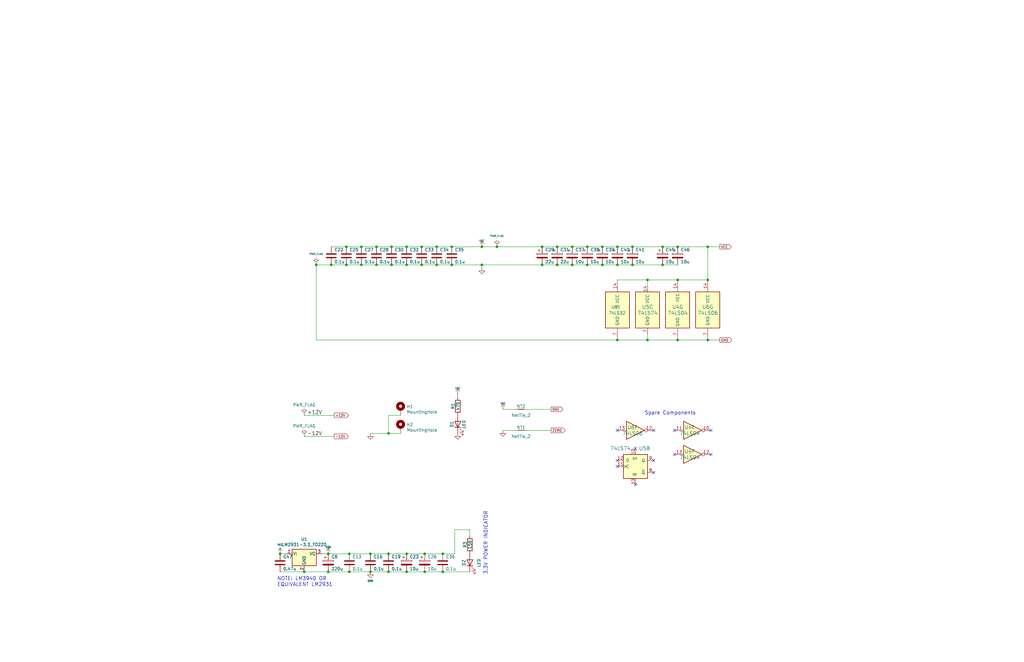
<source format=kicad_sch>
(kicad_sch (version 20211123) (generator eeschema)
  (paper "B")
  (lib_symbols
    (symbol "74xx:74LS04"
      (property "Reference" "U" (at 0 1.27 0))
      (property "Value" "74LS04" (at 0 -1.27 0))
      (symbol "74LS04_1_0"
        (polyline (pts (xy -3.81 3.81) (xy -3.81 -3.81) (xy 3.81 0) (xy -3.81 3.81)) (stroke (width 0.254)) (fill (type background)))
        (pin input line (at -7.62 0 0) (length 3.81) (name "~") (number "1"))
        (pin output inverted (at 7.62 0 180) (length 3.81) (name "~") (number "2"))
      )
      (symbol "74LS04_2_0"
        (polyline (pts (xy -3.81 3.81) (xy -3.81 -3.81) (xy 3.81 0) (xy -3.81 3.81)) (stroke (width 0.254)) (fill (type background)))
        (pin input line (at -7.62 0 0) (length 3.81) (name "~") (number "3"))
        (pin output inverted (at 7.62 0 180) (length 3.81) (name "~") (number "4"))
      )
      (symbol "74LS04_3_0"
        (polyline (pts (xy -3.81 3.81) (xy -3.81 -3.81) (xy 3.81 0) (xy -3.81 3.81)) (stroke (width 0.254)) (fill (type background)))
        (pin input line (at -7.62 0 0) (length 3.81) (name "~") (number "5"))
        (pin output inverted (at 7.62 0 180) (length 3.81) (name "~") (number "6"))
      )
      (symbol "74LS04_4_0"
        (polyline (pts (xy -3.81 3.81) (xy -3.81 -3.81) (xy 3.81 0) (xy -3.81 3.81)) (stroke (width 0.254)) (fill (type background)))
        (pin output inverted (at 7.62 0 180) (length 3.81) (name "~") (number "8"))
        (pin input line (at -7.62 0 0) (length 3.81) (name "~") (number "9"))
      )
      (symbol "74LS04_5_0"
        (polyline (pts (xy -3.81 3.81) (xy -3.81 -3.81) (xy 3.81 0) (xy -3.81 3.81)) (stroke (width 0.254)) (fill (type background)))
        (pin output inverted (at 7.62 0 180) (length 3.81) (name "~") (number "10"))
        (pin input line (at -7.62 0 0) (length 3.81) (name "~") (number "11"))
      )
      (symbol "74LS04_6_0"
        (polyline (pts (xy -3.81 3.81) (xy -3.81 -3.81) (xy 3.81 0) (xy -3.81 3.81)) (stroke (width 0.254)) (fill (type background)))
        (pin output inverted (at 7.62 0 180) (length 3.81) (name "~") (number "12"))
        (pin input line (at -7.62 0 0) (length 3.81) (name "~") (number "13"))
      )
      (symbol "74LS04_7_0"
        (pin power_in line (at 0 12.7 270) (length 5.08) (name "VCC") (number "14"))
        (pin power_in line (at 0 -12.7 90) (length 5.08) (name "GND") (number "7"))
      )
      (symbol "74LS04_7_1"
        (rectangle (start -5.08 7.62) (end 5.08 -7.62) (stroke (width 0.254)) (fill (type background)))
      )
    )
    (symbol "74xx:74LS06" (pin_names (offset 1.016))
      (property "Reference" "U" (at 0 1.27 0))
      (property "Value" "74LS06" (at 0 -1.27 0))
      (symbol "74LS06_1_0"
        (polyline (pts (xy -3.81 3.81) (xy -3.81 -3.81) (xy 3.81 0) (xy -3.81 3.81)) (stroke (width 0.254)) (fill (type background)))
        (pin input line (at -7.62 0 0) (length 3.81) (name "~") (number "1"))
        (pin open_collector inverted (at 7.62 0 180) (length 3.81) (name "~") (number "2"))
      )
      (symbol "74LS06_2_0"
        (polyline (pts (xy -3.81 3.81) (xy -3.81 -3.81) (xy 3.81 0) (xy -3.81 3.81)) (stroke (width 0.254)) (fill (type background)))
        (pin input line (at -7.62 0 0) (length 3.81) (name "~") (number "3"))
        (pin open_collector inverted (at 7.62 0 180) (length 3.81) (name "~") (number "4"))
      )
      (symbol "74LS06_3_0"
        (polyline (pts (xy -3.81 3.81) (xy -3.81 -3.81) (xy 3.81 0) (xy -3.81 3.81)) (stroke (width 0.254)) (fill (type background)))
        (pin input line (at -7.62 0 0) (length 3.81) (name "~") (number "5"))
        (pin open_collector inverted (at 7.62 0 180) (length 3.81) (name "~") (number "6"))
      )
      (symbol "74LS06_4_0"
        (polyline (pts (xy -3.81 3.81) (xy -3.81 -3.81) (xy 3.81 0) (xy -3.81 3.81)) (stroke (width 0.254)) (fill (type background)))
        (pin open_collector inverted (at 7.62 0 180) (length 3.81) (name "~") (number "8"))
        (pin input line (at -7.62 0 0) (length 3.81) (name "~") (number "9"))
      )
      (symbol "74LS06_5_0"
        (polyline (pts (xy -3.81 3.81) (xy -3.81 -3.81) (xy 3.81 0) (xy -3.81 3.81)) (stroke (width 0.254)) (fill (type background)))
        (pin open_collector inverted (at 7.62 0 180) (length 3.81) (name "~") (number "10"))
        (pin input line (at -7.62 0 0) (length 3.81) (name "~") (number "11"))
      )
      (symbol "74LS06_6_0"
        (polyline (pts (xy -3.81 3.81) (xy -3.81 -3.81) (xy 3.81 0) (xy -3.81 3.81)) (stroke (width 0.254)) (fill (type background)))
        (pin open_collector inverted (at 7.62 0 180) (length 3.81) (name "~") (number "12"))
        (pin input line (at -7.62 0 0) (length 3.81) (name "~") (number "13"))
      )
      (symbol "74LS06_7_0"
        (pin power_in line (at 0 12.7 270) (length 5.08) (name "VCC") (number "14"))
        (pin power_in line (at 0 -12.7 90) (length 5.08) (name "GND") (number "7"))
      )
      (symbol "74LS06_7_1"
        (rectangle (start -5.08 7.62) (end 5.08 -7.62) (stroke (width 0.254)) (fill (type background)))
      )
    )
    (symbol "74xx:74LS32" (pin_names (offset 1.016))
      (property "Reference" "U" (at 0 1.27 0))
      (property "Value" "74LS32" (at 0 -1.27 0))
      (symbol "74LS32_1_1"
        (arc (start -3.81 -3.81) (mid -2.589 0) (end -3.81 3.81) (stroke (width 0.254)))
        (arc (start -0.6096 -3.81) (mid 2.1842 -2.5851) (end 3.81 0) (stroke (width 0.254)) (fill (type background)))
        (polyline (pts (xy -3.81 -3.81) (xy -0.635 -3.81)) (stroke (width 0.254)) (fill (type background)))
        (polyline (pts (xy -3.81 3.81) (xy -0.635 3.81)) (stroke (width 0.254)) (fill (type background)))
        (polyline (pts (xy -0.635 3.81) (xy -3.81 3.81) (xy -3.81 3.81) (xy -3.556 3.4036) (xy -3.0226 2.2606) (xy -2.6924 1.0414) (xy -2.6162 -0.254) (xy -2.7686 -1.4986) (xy -3.175 -2.7178) (xy -3.81 -3.81) (xy -3.81 -3.81) (xy -0.635 -3.81)) (stroke (width -25.4)) (fill (type background)))
        (arc (start 3.81 0) (mid 2.1915 2.5936) (end -0.6096 3.81) (stroke (width 0.254)) (fill (type background)))
        (pin input line (at -7.62 2.54 0) (length 4.318) (name "~") (number "1"))
        (pin input line (at -7.62 -2.54 0) (length 4.318) (name "~") (number "2"))
        (pin output line (at 7.62 0 180) (length 3.81) (name "~") (number "3"))
      )
      (symbol "74LS32_1_2"
        (arc (start 0 -3.81) (mid 3.81 0) (end 0 3.81) (stroke (width 0.254)) (fill (type background)))
        (polyline (pts (xy 0 3.81) (xy -3.81 3.81) (xy -3.81 -3.81) (xy 0 -3.81)) (stroke (width 0.254)) (fill (type background)))
        (pin input inverted (at -7.62 2.54 0) (length 3.81) (name "~") (number "1"))
        (pin input inverted (at -7.62 -2.54 0) (length 3.81) (name "~") (number "2"))
        (pin output inverted (at 7.62 0 180) (length 3.81) (name "~") (number "3"))
      )
      (symbol "74LS32_2_1"
        (arc (start -3.81 -3.81) (mid -2.589 0) (end -3.81 3.81) (stroke (width 0.254)))
        (arc (start -0.6096 -3.81) (mid 2.1842 -2.5851) (end 3.81 0) (stroke (width 0.254)) (fill (type background)))
        (polyline (pts (xy -3.81 -3.81) (xy -0.635 -3.81)) (stroke (width 0.254)) (fill (type background)))
        (polyline (pts (xy -3.81 3.81) (xy -0.635 3.81)) (stroke (width 0.254)) (fill (type background)))
        (polyline (pts (xy -0.635 3.81) (xy -3.81 3.81) (xy -3.81 3.81) (xy -3.556 3.4036) (xy -3.0226 2.2606) (xy -2.6924 1.0414) (xy -2.6162 -0.254) (xy -2.7686 -1.4986) (xy -3.175 -2.7178) (xy -3.81 -3.81) (xy -3.81 -3.81) (xy -0.635 -3.81)) (stroke (width -25.4)) (fill (type background)))
        (arc (start 3.81 0) (mid 2.1915 2.5936) (end -0.6096 3.81) (stroke (width 0.254)) (fill (type background)))
        (pin input line (at -7.62 2.54 0) (length 4.318) (name "~") (number "4"))
        (pin input line (at -7.62 -2.54 0) (length 4.318) (name "~") (number "5"))
        (pin output line (at 7.62 0 180) (length 3.81) (name "~") (number "6"))
      )
      (symbol "74LS32_2_2"
        (arc (start 0 -3.81) (mid 3.81 0) (end 0 3.81) (stroke (width 0.254)) (fill (type background)))
        (polyline (pts (xy 0 3.81) (xy -3.81 3.81) (xy -3.81 -3.81) (xy 0 -3.81)) (stroke (width 0.254)) (fill (type background)))
        (pin input inverted (at -7.62 2.54 0) (length 3.81) (name "~") (number "4"))
        (pin input inverted (at -7.62 -2.54 0) (length 3.81) (name "~") (number "5"))
        (pin output inverted (at 7.62 0 180) (length 3.81) (name "~") (number "6"))
      )
      (symbol "74LS32_3_1"
        (arc (start -3.81 -3.81) (mid -2.589 0) (end -3.81 3.81) (stroke (width 0.254)))
        (arc (start -0.6096 -3.81) (mid 2.1842 -2.5851) (end 3.81 0) (stroke (width 0.254)) (fill (type background)))
        (polyline (pts (xy -3.81 -3.81) (xy -0.635 -3.81)) (stroke (width 0.254)) (fill (type background)))
        (polyline (pts (xy -3.81 3.81) (xy -0.635 3.81)) (stroke (width 0.254)) (fill (type background)))
        (polyline (pts (xy -0.635 3.81) (xy -3.81 3.81) (xy -3.81 3.81) (xy -3.556 3.4036) (xy -3.0226 2.2606) (xy -2.6924 1.0414) (xy -2.6162 -0.254) (xy -2.7686 -1.4986) (xy -3.175 -2.7178) (xy -3.81 -3.81) (xy -3.81 -3.81) (xy -0.635 -3.81)) (stroke (width -25.4)) (fill (type background)))
        (arc (start 3.81 0) (mid 2.1915 2.5936) (end -0.6096 3.81) (stroke (width 0.254)) (fill (type background)))
        (pin input line (at -7.62 -2.54 0) (length 4.318) (name "~") (number "10"))
        (pin output line (at 7.62 0 180) (length 3.81) (name "~") (number "8"))
        (pin input line (at -7.62 2.54 0) (length 4.318) (name "~") (number "9"))
      )
      (symbol "74LS32_3_2"
        (arc (start 0 -3.81) (mid 3.81 0) (end 0 3.81) (stroke (width 0.254)) (fill (type background)))
        (polyline (pts (xy 0 3.81) (xy -3.81 3.81) (xy -3.81 -3.81) (xy 0 -3.81)) (stroke (width 0.254)) (fill (type background)))
        (pin input inverted (at -7.62 -2.54 0) (length 3.81) (name "~") (number "10"))
        (pin output inverted (at 7.62 0 180) (length 3.81) (name "~") (number "8"))
        (pin input inverted (at -7.62 2.54 0) (length 3.81) (name "~") (number "9"))
      )
      (symbol "74LS32_4_1"
        (arc (start -3.81 -3.81) (mid -2.589 0) (end -3.81 3.81) (stroke (width 0.254)))
        (arc (start -0.6096 -3.81) (mid 2.1842 -2.5851) (end 3.81 0) (stroke (width 0.254)) (fill (type background)))
        (polyline (pts (xy -3.81 -3.81) (xy -0.635 -3.81)) (stroke (width 0.254)) (fill (type background)))
        (polyline (pts (xy -3.81 3.81) (xy -0.635 3.81)) (stroke (width 0.254)) (fill (type background)))
        (polyline (pts (xy -0.635 3.81) (xy -3.81 3.81) (xy -3.81 3.81) (xy -3.556 3.4036) (xy -3.0226 2.2606) (xy -2.6924 1.0414) (xy -2.6162 -0.254) (xy -2.7686 -1.4986) (xy -3.175 -2.7178) (xy -3.81 -3.81) (xy -3.81 -3.81) (xy -0.635 -3.81)) (stroke (width -25.4)) (fill (type background)))
        (arc (start 3.81 0) (mid 2.1915 2.5936) (end -0.6096 3.81) (stroke (width 0.254)) (fill (type background)))
        (pin output line (at 7.62 0 180) (length 3.81) (name "~") (number "11"))
        (pin input line (at -7.62 2.54 0) (length 4.318) (name "~") (number "12"))
        (pin input line (at -7.62 -2.54 0) (length 4.318) (name "~") (number "13"))
      )
      (symbol "74LS32_4_2"
        (arc (start 0 -3.81) (mid 3.81 0) (end 0 3.81) (stroke (width 0.254)) (fill (type background)))
        (polyline (pts (xy 0 3.81) (xy -3.81 3.81) (xy -3.81 -3.81) (xy 0 -3.81)) (stroke (width 0.254)) (fill (type background)))
        (pin output inverted (at 7.62 0 180) (length 3.81) (name "~") (number "11"))
        (pin input inverted (at -7.62 2.54 0) (length 3.81) (name "~") (number "12"))
        (pin input inverted (at -7.62 -2.54 0) (length 3.81) (name "~") (number "13"))
      )
      (symbol "74LS32_5_0"
        (pin power_in line (at 0 12.7 270) (length 5.08) (name "VCC") (number "14"))
        (pin power_in line (at 0 -12.7 90) (length 5.08) (name "GND") (number "7"))
      )
      (symbol "74LS32_5_1"
        (rectangle (start -5.08 7.62) (end 5.08 -7.62) (stroke (width 0.254)) (fill (type background)))
      )
    )
    (symbol "74xx:74LS74" (pin_names (offset 1.016))
      (property "Reference" "U" (at -7.62 8.89 0))
      (property "Value" "74LS74" (at -7.62 -8.89 0))
      (symbol "74LS74_1_0"
        (pin input line (at 0 -7.62 90) (length 2.54) (name "~{R}") (number "1"))
        (pin input line (at -7.62 2.54 0) (length 2.54) (name "D") (number "2"))
        (pin input clock (at -7.62 0 0) (length 2.54) (name "C") (number "3"))
        (pin input line (at 0 7.62 270) (length 2.54) (name "~{S}") (number "4"))
        (pin output line (at 7.62 2.54 180) (length 2.54) (name "Q") (number "5"))
        (pin output line (at 7.62 -2.54 180) (length 2.54) (name "~{Q}") (number "6"))
      )
      (symbol "74LS74_1_1"
        (rectangle (start -5.08 5.08) (end 5.08 -5.08) (stroke (width 0.254)) (fill (type background)))
      )
      (symbol "74LS74_2_0"
        (pin input line (at 0 7.62 270) (length 2.54) (name "~{S}") (number "10"))
        (pin input clock (at -7.62 0 0) (length 2.54) (name "C") (number "11"))
        (pin input line (at -7.62 2.54 0) (length 2.54) (name "D") (number "12"))
        (pin input line (at 0 -7.62 90) (length 2.54) (name "~{R}") (number "13"))
        (pin output line (at 7.62 -2.54 180) (length 2.54) (name "~{Q}") (number "8"))
        (pin output line (at 7.62 2.54 180) (length 2.54) (name "Q") (number "9"))
      )
      (symbol "74LS74_2_1"
        (rectangle (start -5.08 5.08) (end 5.08 -5.08) (stroke (width 0.254)) (fill (type background)))
      )
      (symbol "74LS74_3_0"
        (pin power_in line (at 0 10.16 270) (length 2.54) (name "VCC") (number "14"))
        (pin power_in line (at 0 -10.16 90) (length 2.54) (name "GND") (number "7"))
      )
      (symbol "74LS74_3_1"
        (rectangle (start -5.08 7.62) (end 5.08 -7.62) (stroke (width 0.254)) (fill (type background)))
      )
    )
    (symbol "Device:C" (pin_numbers hide) (pin_names (offset 0.254))
      (property "Reference" "C" (at 0.635 2.54 0))
      (property "Value" "C" (at 0.635 -2.54 0))
      (symbol "C_0_1"
        (polyline (pts (xy -2.032 -0.762) (xy 2.032 -0.762)) (stroke (width 0.508)))
        (polyline (pts (xy -2.032 0.762) (xy 2.032 0.762)) (stroke (width 0.508)))
      )
      (symbol "C_1_1"
        (pin passive line (at 0 3.81 270) (length 2.794) (name "~") (number "1"))
        (pin passive line (at 0 -3.81 90) (length 2.794) (name "~") (number "2"))
      )
    )
    (symbol "Device:C_Polarized" (pin_numbers hide) (pin_names (offset 0.254))
      (property "Reference" "C" (at 0.635 2.54 0))
      (property "Value" "C_Polarized" (at 0.635 -2.54 0))
      (symbol "C_Polarized_0_1"
        (rectangle (start -2.286 0.508) (end 2.286 1.016))
        (polyline (pts (xy -1.778 2.286) (xy -0.762 2.286)))
        (polyline (pts (xy -1.27 2.794) (xy -1.27 1.778)))
        (rectangle (start 2.286 -0.508) (end -2.286 -1.016) (fill (type outline)))
      )
      (symbol "C_Polarized_1_1"
        (pin passive line (at 0 3.81 270) (length 2.794) (name "~") (number "1"))
        (pin passive line (at 0 -3.81 90) (length 2.794) (name "~") (number "2"))
      )
    )
    (symbol "Device:LED" (pin_numbers hide) (pin_names (offset 1.016) hide)
      (property "Reference" "D" (at 0 2.54 0))
      (property "Value" "LED" (at 0 -2.54 0))
      (symbol "LED_0_1"
        (polyline (pts (xy -1.27 -1.27) (xy -1.27 1.27)) (stroke (width 0.254)))
        (polyline (pts (xy -1.27 0) (xy 1.27 0)))
        (polyline (pts (xy 1.27 -1.27) (xy 1.27 1.27) (xy -1.27 0) (xy 1.27 -1.27)) (stroke (width 0.254)))
        (polyline (pts (xy -3.048 -0.762) (xy -4.572 -2.286) (xy -3.81 -2.286) (xy -4.572 -2.286) (xy -4.572 -1.524)))
        (polyline (pts (xy -1.778 -0.762) (xy -3.302 -2.286) (xy -2.54 -2.286) (xy -3.302 -2.286) (xy -3.302 -1.524)))
      )
      (symbol "LED_1_1"
        (pin passive line (at -3.81 0 0) (length 2.54) (name "K") (number "1"))
        (pin passive line (at 3.81 0 180) (length 2.54) (name "A") (number "2"))
      )
    )
    (symbol "Device:NetTie_2" (pin_numbers hide) (pin_names (offset 0) hide) (in_bom no)
      (property "Reference" "NT" (at 0 1.27 0))
      (property "Value" "NetTie_2" (at 0 -1.27 0))
      (symbol "NetTie_2_0_1"
        (polyline (pts (xy -1.27 0) (xy 1.27 0)) (stroke (width 0.254)))
      )
      (symbol "NetTie_2_1_1"
        (pin passive line (at -2.54 0 0) (length 2.54) (name "1") (number "1"))
        (pin passive line (at 2.54 0 180) (length 2.54) (name "2") (number "2"))
      )
    )
    (symbol "Device:R" (pin_numbers hide) (pin_names (offset 0))
      (property "Reference" "R" (at 2.032 0 90))
      (property "Value" "R" (at 0 0 90))
      (symbol "R_0_1"
        (rectangle (start -1.016 -2.54) (end 1.016 2.54) (stroke (width 0.254)))
      )
      (symbol "R_1_1"
        (pin passive line (at 0 3.81 270) (length 1.27) (name "~") (number "1"))
        (pin passive line (at 0 -3.81 90) (length 1.27) (name "~") (number "2"))
      )
    )
    (symbol "Mechanical:MountingHole_Pad" (pin_numbers hide) (pin_names (offset 1.016) hide)
      (property "Reference" "H" (at 0 6.35 0))
      (property "Value" "MountingHole_Pad" (at 0 4.445 0))
      (symbol "MountingHole_Pad_0_1"
        (circle (center 0 1.27) (radius 1.27) (stroke (width 1.27)))
      )
      (symbol "MountingHole_Pad_1_1"
        (pin input line (at 0 -2.54 90) (length 2.54) (name "1") (number "1"))
      )
    )
    (symbol "Regulator_Linear:LM2931-3.3_TO220" (pin_names (offset 0.254))
      (property "Reference" "U" (at -3.81 3.175 0))
      (property "Value" "LM2931-3.3_TO220" (at 0 3.175 0))
      (symbol "LM2931-3.3_TO220_0_1"
        (rectangle (start -5.08 1.905) (end 5.08 -5.08) (stroke (width 0.254)) (fill (type background)))
      )
      (symbol "LM2931-3.3_TO220_1_1"
        (pin power_in line (at -7.62 0 0) (length 2.54) (name "VI") (number "1"))
        (pin power_in line (at 0 -7.62 90) (length 2.54) (name "GND") (number "2"))
        (pin power_out line (at 7.62 0 180) (length 2.54) (name "VO") (number "3"))
      )
    )
    (symbol "power:GND" (power) (pin_names (offset 0))
      (property "Value" "GND" (at 0 -3.81 0))
      (symbol "GND_0_1"
        (polyline (pts (xy 0 0) (xy 0 -1.27) (xy 1.27 -1.27) (xy 0 -2.54) (xy -1.27 -1.27) (xy 0 -1.27)))
      )
      (symbol "GND_1_1"
        (pin power_in line (at 0 0 270) (length 0) hide (name "GND") (number "1"))
      )
    )
    (symbol "power:PWR_FLAG" (power) (pin_numbers hide) (pin_names (offset 0) hide)
      (property "Value" "PWR_FLAG" (at 0 3.81 0))
      (symbol "PWR_FLAG_0_0"
        (pin power_out line (at 0 0 90) (length 0) (name "pwr") (number "1"))
      )
      (symbol "PWR_FLAG_0_1"
        (polyline (pts (xy 0 0) (xy 0 1.27) (xy -1.016 1.905) (xy 0 2.54) (xy 1.016 1.905) (xy 0 1.27)))
      )
    )
    (symbol "power:VCC" (power) (pin_names (offset 0))
      (property "Value" "VCC" (at 0 3.81 0))
      (symbol "VCC_0_1"
        (polyline (pts (xy -0.762 1.27) (xy 0 2.54)))
        (polyline (pts (xy 0 0) (xy 0 2.54)))
        (polyline (pts (xy 0 2.54) (xy 0.762 1.27)))
      )
      (symbol "VCC_1_1"
        (pin power_in line (at 0 0 90) (length 0) hide (name "VCC") (number "1"))
      )
    )
    (symbol "power:VDD" (power) (pin_names (offset 0))
      (property "Value" "VDD" (at 0 3.81 0))
      (symbol "VDD_0_1"
        (polyline (pts (xy -0.762 1.27) (xy 0 2.54)))
        (polyline (pts (xy 0 0) (xy 0 2.54)))
        (polyline (pts (xy 0 2.54) (xy 0.762 1.27)))
      )
      (symbol "VDD_1_1"
        (pin power_in line (at 0 0 90) (length 0) hide (name "VDD") (number "1"))
      )
    )
  )
  (junction (at 285.75 143.51))
  (junction (at 147.32 241.3))
  (junction (at 298.45 118.11))
  (junction (at 234.95 111.76))
  (junction (at 165.1 104.14))
  (junction (at 241.3 111.76))
  (junction (at 279.4 111.76))
  (junction (at 158.75 104.14))
  (junction (at 152.4 104.14))
  (junction (at 285.75 104.14))
  (junction (at 177.8 104.14))
  (junction (at 163.83 233.68))
  (junction (at 203.2 104.14))
  (junction (at 203.2 111.76))
  (junction (at 298.45 143.51))
  (junction (at 247.65 104.14))
  (junction (at 209.55 104.14))
  (junction (at 260.35 111.76))
  (junction (at 138.43 241.3))
  (junction (at 241.3 104.14))
  (junction (at 156.21 233.68))
  (junction (at 163.83 241.3))
  (junction (at 186.69 233.68))
  (junction (at 165.1 111.76))
  (junction (at 260.35 104.14))
  (junction (at 139.7 111.76))
  (junction (at 177.8 111.76))
  (junction (at 128.27 241.3))
  (junction (at 146.05 111.76))
  (junction (at 273.05 143.51))
  (junction (at 179.07 241.3))
  (junction (at 163.83 182.88))
  (junction (at 228.6 104.14))
  (junction (at 234.95 104.14))
  (junction (at 285.75 118.11))
  (junction (at 133.35 111.76))
  (junction (at 260.35 143.51))
  (junction (at 171.45 104.14))
  (junction (at 171.45 233.68))
  (junction (at 228.6 111.76))
  (junction (at 190.5 104.14))
  (junction (at 184.15 104.14))
  (junction (at 266.7 111.76))
  (junction (at 171.45 111.76))
  (junction (at 279.4 104.14))
  (junction (at 298.45 104.14))
  (junction (at 146.05 104.14))
  (junction (at 156.21 241.3))
  (junction (at 266.7 104.14))
  (junction (at 247.65 111.76))
  (junction (at 118.11 233.68))
  (junction (at 184.15 111.76))
  (junction (at 171.45 241.3))
  (junction (at 152.4 111.76))
  (junction (at 190.5 111.76))
  (junction (at 254 104.14))
  (junction (at 179.07 233.68))
  (junction (at 138.43 233.68))
  (junction (at 254 111.76))
  (junction (at 186.69 241.3))
  (junction (at 273.05 118.11))
  (junction (at 147.32 233.68))
  (junction (at 158.75 111.76))
  (no_connect (at 260.35 181.61))
  (no_connect (at 275.59 194.31))
  (no_connect (at 267.97 204.47))
  (no_connect (at 260.35 196.85))
  (no_connect (at 284.48 191.77))
  (no_connect (at 299.72 191.77))
  (no_connect (at 299.72 181.61))
  (no_connect (at 284.48 181.61))
  (no_connect (at 275.59 181.61))
  (no_connect (at 267.97 189.23))
  (no_connect (at 260.35 194.31))
  (no_connect (at 275.59 199.39))
  (wire (pts (xy 273.05 118.11) (xy 273.05 120.65)))
  (wire (pts (xy 133.35 111.76) (xy 139.7 111.76)))
  (wire (pts (xy 222.25 172.72) (xy 232.41 172.72)))
  (wire (pts (xy 165.1 104.14) (xy 171.45 104.14)))
  (wire (pts (xy 198.12 223.52) (xy 191.77 223.52)))
  (wire (pts (xy 190.5 111.76) (xy 203.2 111.76)))
  (wire (pts (xy 212.09 181.61) (xy 217.17 181.61)))
  (wire (pts (xy 186.69 233.68) (xy 191.77 233.68)))
  (wire (pts (xy 168.91 182.88) (xy 163.83 182.88)))
  (wire (pts (xy 191.77 223.52) (xy 191.77 233.68)))
  (wire (pts (xy 128.27 175.26) (xy 140.97 175.26)))
  (wire (pts (xy 156.21 241.3) (xy 163.83 241.3)))
  (wire (pts (xy 165.1 111.76) (xy 171.45 111.76)))
  (wire (pts (xy 273.05 118.11) (xy 285.75 118.11)))
  (wire (pts (xy 254 111.76) (xy 260.35 111.76)))
  (wire (pts (xy 139.7 104.14) (xy 146.05 104.14)))
  (wire (pts (xy 241.3 104.14) (xy 247.65 104.14)))
  (wire (pts (xy 247.65 111.76) (xy 254 111.76)))
  (wire (pts (xy 260.35 104.14) (xy 266.7 104.14)))
  (wire (pts (xy 139.7 111.76) (xy 146.05 111.76)))
  (wire (pts (xy 146.05 104.14) (xy 152.4 104.14)))
  (wire (pts (xy 234.95 111.76) (xy 241.3 111.76)))
  (wire (pts (xy 147.32 241.3) (xy 156.21 241.3)))
  (wire (pts (xy 198.12 223.52) (xy 198.12 226.06)))
  (wire (pts (xy 209.55 104.14) (xy 228.6 104.14)))
  (wire (pts (xy 203.2 104.14) (xy 209.55 104.14)))
  (wire (pts (xy 228.6 104.14) (xy 234.95 104.14)))
  (wire (pts (xy 138.43 233.68) (xy 147.32 233.68)))
  (wire (pts (xy 273.05 143.51) (xy 285.75 143.51)))
  (wire (pts (xy 184.15 104.14) (xy 190.5 104.14)))
  (wire (pts (xy 163.83 233.68) (xy 171.45 233.68)))
  (wire (pts (xy 171.45 104.14) (xy 177.8 104.14)))
  (wire (pts (xy 128.27 184.15) (xy 140.97 184.15)))
  (wire (pts (xy 152.4 111.76) (xy 158.75 111.76)))
  (wire (pts (xy 260.35 111.76) (xy 266.7 111.76)))
  (wire (pts (xy 279.4 104.14) (xy 285.75 104.14)))
  (wire (pts (xy 298.45 118.11) (xy 298.45 104.14)))
  (wire (pts (xy 186.69 241.3) (xy 198.12 241.3)))
  (wire (pts (xy 171.45 241.3) (xy 179.07 241.3)))
  (wire (pts (xy 146.05 111.76) (xy 152.4 111.76)))
  (wire (pts (xy 266.7 111.76) (xy 279.4 111.76)))
  (wire (pts (xy 163.83 241.3) (xy 171.45 241.3)))
  (wire (pts (xy 118.11 233.68) (xy 120.65 233.68)))
  (wire (pts (xy 156.21 233.68) (xy 163.83 233.68)))
  (wire (pts (xy 228.6 111.76) (xy 234.95 111.76)))
  (wire (pts (xy 234.95 104.14) (xy 241.3 104.14)))
  (wire (pts (xy 128.27 241.3) (xy 138.43 241.3)))
  (wire (pts (xy 203.2 111.76) (xy 228.6 111.76)))
  (wire (pts (xy 212.09 172.72) (xy 217.17 172.72)))
  (wire (pts (xy 158.75 104.14) (xy 165.1 104.14)))
  (wire (pts (xy 279.4 111.76) (xy 285.75 111.76)))
  (wire (pts (xy 179.07 241.3) (xy 186.69 241.3)))
  (wire (pts (xy 254 104.14) (xy 260.35 104.14)))
  (wire (pts (xy 179.07 233.68) (xy 186.69 233.68)))
  (wire (pts (xy 133.35 143.51) (xy 260.35 143.51)))
  (wire (pts (xy 177.8 111.76) (xy 184.15 111.76)))
  (wire (pts (xy 285.75 118.11) (xy 298.45 118.11)))
  (wire (pts (xy 298.45 104.14) (xy 303.53 104.14)))
  (wire (pts (xy 273.05 140.97) (xy 273.05 143.51)))
  (wire (pts (xy 168.91 175.26) (xy 163.83 175.26)))
  (wire (pts (xy 203.2 111.76) (xy 203.2 113.03)))
  (wire (pts (xy 138.43 241.3) (xy 147.32 241.3)))
  (wire (pts (xy 133.35 111.76) (xy 133.35 143.51)))
  (wire (pts (xy 184.15 111.76) (xy 190.5 111.76)))
  (wire (pts (xy 298.45 143.51) (xy 303.53 143.51)))
  (wire (pts (xy 147.32 233.68) (xy 156.21 233.68)))
  (wire (pts (xy 193.04 167.64) (xy 193.04 166.37)))
  (wire (pts (xy 247.65 104.14) (xy 254 104.14)))
  (wire (pts (xy 171.45 233.68) (xy 179.07 233.68)))
  (wire (pts (xy 158.75 111.76) (xy 165.1 111.76)))
  (wire (pts (xy 266.7 104.14) (xy 279.4 104.14)))
  (wire (pts (xy 222.25 181.61) (xy 232.41 181.61)))
  (wire (pts (xy 152.4 104.14) (xy 158.75 104.14)))
  (wire (pts (xy 190.5 104.14) (xy 203.2 104.14)))
  (wire (pts (xy 285.75 143.51) (xy 298.45 143.51)))
  (wire (pts (xy 177.8 104.14) (xy 184.15 104.14)))
  (wire (pts (xy 163.83 175.26) (xy 163.83 182.88)))
  (wire (pts (xy 171.45 111.76) (xy 177.8 111.76)))
  (wire (pts (xy 241.3 111.76) (xy 247.65 111.76)))
  (wire (pts (xy 118.11 241.3) (xy 128.27 241.3)))
  (wire (pts (xy 260.35 143.51) (xy 273.05 143.51)))
  (wire (pts (xy 260.35 118.11) (xy 273.05 118.11)))
  (wire (pts (xy 285.75 104.14) (xy 298.45 104.14)))
  (wire (pts (xy 135.89 233.68) (xy 138.43 233.68)))
  (wire (pts (xy 163.83 182.88) (xy 156.21 182.88)))
  (text "Spare Components" (at 271.78 175.26 0) (effects (font (size 1.524 1.524)) (justify left bottom)))
  (text "NOTE: LM3940 OR \nEQUIVALENT LM2931" (at 116.84 247.65 0) (effects (font (size 1.524 1.524)) (justify left bottom)))
  (text "3.3V POWER INDICATOR" (at 205.74 242.57 90) (effects (font (size 1.524 1.524)) (justify left bottom)))
  (label "-12V" (at 129.54 184.15 0) (effects (font (size 1.524 1.524))))
  (label "+12V" (at 129.54 175.26 0) (effects (font (size 1.524 1.524))))
  (global_label "ONE" (shape output) (at 232.41 172.72 0) (effects (font (size 1.016 1.016))) (property "Intersheet References" "${INTERSHEET_REFS}" (effects hide)))
  (global_label "ZERO" (shape output) (at 232.41 181.61 0) (effects (font (size 1.016 1.016))) (property "Intersheet References" "${INTERSHEET_REFS}" (effects hide)))
  (global_label "VCC" (shape output) (at 303.53 104.14 0) (effects (font (size 1.016 1.016))) (property "Intersheet References" "${INTERSHEET_REFS}" (effects hide)))
  (global_label "+12V" (shape output) (at 140.97 175.26 0) (effects (font (size 1.016 1.016))) (property "Intersheet References" "${INTERSHEET_REFS}" (effects hide)))
  (global_label "GND" (shape output) (at 303.53 143.51 0) (effects (font (size 1.016 1.016))) (property "Intersheet References" "${INTERSHEET_REFS}" (effects hide)))
  (global_label "-12V" (shape output) (at 140.97 184.15 0) (effects (font (size 1.016 1.016))) (property "Intersheet References" "${INTERSHEET_REFS}" (effects hide)))
  (symbol (lib_id "Device:C_Polarized") (at 285.75 107.95 0) (unit 1)
    (property "Reference" "C46" (at 287.02 105.41 0) (effects (justify left)))
    (property "Value" "10u" (at 287.02 110.49 0) (effects (justify left)))
    (property "Footprint" "Capacitor_THT:CP_Radial_D5.0mm_P2.50mm" (effects hide))
  )
  (symbol (lib_id "power:GND") (at 203.2 113.03 0) (unit 1)
    (property "Reference" "#PWR09" (effects hide))
    (property "Value" "GND" (effects hide))
  )
  (symbol (lib_id "power:VCC") (at 203.2 104.14 0) (unit 1)
    (property "Reference" "#PWR08" (effects hide))
    (property "Value" "VCC" (at 203.2 101.6 0) (effects (font (size 0.762 0.762))))
  )
  (symbol (lib_id "Device:C") (at 184.15 107.95 0) (unit 1)
    (property "Reference" "C34" (at 185.42 105.41 0) (effects (justify left)))
    (property "Value" "0.1u" (at 185.42 110.49 0) (effects (justify left)))
    (property "Footprint" "Capacitor_THT:C_Disc_D5.0mm_W2.5mm_P5.00mm" (effects hide))
  )
  (symbol (lib_id "Device:C") (at 139.7 107.95 0) (unit 1)
    (property "Reference" "C22" (at 140.97 105.41 0) (effects (justify left)))
    (property "Value" "0.1u" (at 140.97 110.49 0) (effects (justify left)))
    (property "Footprint" "Capacitor_THT:C_Disc_D5.0mm_W2.5mm_P5.00mm" (effects hide))
  )
  (symbol (lib_id "Device:C_Polarized") (at 266.7 107.95 0) (unit 1)
    (property "Reference" "C41" (at 267.97 105.41 0) (effects (justify left)))
    (property "Value" "10u" (at 267.97 110.49 0) (effects (justify left)))
    (property "Footprint" "Capacitor_THT:CP_Radial_D5.0mm_P2.50mm" (effects hide))
  )
  (symbol (lib_id "power:GND") (at 193.04 182.88 0) (unit 1)
    (property "Reference" "#PWR07" (effects hide))
    (property "Value" "GND" (effects hide))
  )
  (symbol (lib_id "Device:C_Polarized") (at 279.4 107.95 0) (unit 1)
    (property "Reference" "C45" (at 280.67 105.41 0) (effects (justify left)))
    (property "Value" "10u" (at 280.67 110.49 0) (effects (justify left)))
    (property "Footprint" "Capacitor_THT:CP_Radial_D5.0mm_P2.50mm" (effects hide))
  )
  (symbol (lib_id "Device:C") (at 146.05 107.95 0) (unit 1)
    (property "Reference" "C25" (at 147.32 105.41 0) (effects (justify left)))
    (property "Value" "0.1u" (at 147.32 110.49 0) (effects (justify left)))
    (property "Footprint" "Capacitor_THT:C_Disc_D5.0mm_W2.5mm_P5.00mm" (effects hide))
  )
  (symbol (lib_id "Device:C") (at 152.4 107.95 0) (unit 1)
    (property "Reference" "C27" (at 153.67 105.41 0) (effects (justify left)))
    (property "Value" "0.1u" (at 153.67 110.49 0) (effects (justify left)))
    (property "Footprint" "Capacitor_THT:C_Disc_D5.0mm_W2.5mm_P5.00mm" (effects hide))
  )
  (symbol (lib_id "Device:C") (at 158.75 107.95 0) (unit 1)
    (property "Reference" "C28" (at 160.02 105.41 0) (effects (justify left)))
    (property "Value" "0.1u" (at 160.02 110.49 0) (effects (justify left)))
    (property "Footprint" "Capacitor_THT:C_Disc_D5.0mm_W2.5mm_P5.00mm" (effects hide))
  )
  (symbol (lib_id "power:GND") (at 212.09 181.61 0) (unit 1)
    (property "Reference" "#PWR013" (effects hide))
    (property "Value" "GND" (effects hide))
  )
  (symbol (lib_id "power:GND") (at 156.21 182.88 0) (unit 1)
    (property "Reference" "#PWR03" (effects hide))
    (property "Value" "GND" (effects hide))
  )
  (symbol (lib_id "Mechanical:MountingHole_Pad") (at 168.91 180.34 0) (unit 1)
    (property "Reference" "H2" (at 171.45 179.1716 0) (effects (justify left)))
    (property "Value" "MountingHole" (at 171.45 181.483 0) (effects (justify left)))
    (property "Footprint" "MountingHole:MountingHole_3.2mm_M3_Pad" (effects hide))
  )
  (symbol (lib_id "Device:C") (at 165.1 107.95 0) (unit 1)
    (property "Reference" "C30" (at 166.37 105.41 0) (effects (justify left)))
    (property "Value" "0.1u" (at 166.37 110.49 0) (effects (justify left)))
    (property "Footprint" "Capacitor_THT:C_Disc_D5.0mm_W2.5mm_P5.00mm" (effects hide))
  )
  (symbol (lib_id "Device:C") (at 171.45 107.95 0) (unit 1)
    (property "Reference" "C32" (at 172.72 105.41 0) (effects (justify left)))
    (property "Value" "0.1u" (at 172.72 110.49 0) (effects (justify left)))
    (property "Footprint" "Capacitor_THT:C_Disc_D5.0mm_W2.5mm_P5.00mm" (effects hide))
  )
  (symbol (lib_id "Mechanical:MountingHole_Pad") (at 168.91 172.72 0) (unit 1)
    (property "Reference" "H1" (at 171.45 171.5516 0) (effects (justify left)))
    (property "Value" "MountingHole" (at 171.45 173.863 0) (effects (justify left)))
    (property "Footprint" "MountingHole:MountingHole_3.2mm_M3_Pad" (effects hide))
  )
  (symbol (lib_id "power:PWR_FLAG") (at 128.27 175.26 0) (unit 1)
    (property "Reference" "#FLG02" (effects hide))
    (property "Value" "PWR_FLAG" (at 128.27 170.8658 0))
  )
  (symbol (lib_id "power:PWR_FLAG") (at 128.27 184.15 0) (unit 1)
    (property "Reference" "#FLG03" (effects hide))
    (property "Value" "PWR_FLAG" (at 128.27 179.7558 0))
  )
  (symbol (lib_id "power:PWR_FLAG") (at 209.55 104.14 0) (unit 1)
    (property "Reference" "#FLG04" (effects hide))
    (property "Value" "PWR_FLAG" (at 209.55 99.568 0) (effects (font (size 0.762 0.762))))
  )
  (symbol (lib_id "Device:C_Polarized") (at 241.3 107.95 0) (unit 1)
    (property "Reference" "C37" (at 242.57 105.41 0) (effects (justify left)))
    (property "Value" "10u" (at 242.57 110.49 0) (effects (justify left)))
    (property "Footprint" "Capacitor_THT:CP_Radial_D5.0mm_P2.50mm" (effects hide))
  )
  (symbol (lib_id "Device:C_Polarized") (at 247.65 107.95 0) (unit 1)
    (property "Reference" "C38" (at 248.92 105.41 0) (effects (justify left)))
    (property "Value" "10u" (at 248.92 110.49 0) (effects (justify left)))
    (property "Footprint" "Capacitor_THT:CP_Radial_D5.0mm_P2.50mm" (effects hide))
  )
  (symbol (lib_id "Device:LED") (at 193.04 179.07 90) (unit 1)
    (property "Reference" "D1" (at 190.5 179.07 0))
    (property "Value" "LED" (at 195.58 179.07 0))
    (property "Footprint" "LED_THT:LED_D3.0mm_Horizontal_O3.81mm_Z2.0mm" (effects hide))
  )
  (symbol (lib_id "Device:R") (at 193.04 171.45 180) (unit 1)
    (property "Reference" "R1" (at 191.008 171.45 90))
    (property "Value" "470" (at 193.04 171.45 90))
    (property "Footprint" "Resistor_THT:R_Axial_DIN0207_L6.3mm_D2.5mm_P7.62mm_Horizontal" (effects hide))
  )
  (symbol (lib_id "power:VCC") (at 212.09 172.72 0) (unit 1)
    (property "Reference" "#PWR05" (effects hide))
    (property "Value" "VCC" (at 212.09 170.18 0) (effects (font (size 0.762 0.762))))
  )
  (symbol (lib_id "power:PWR_FLAG") (at 133.35 111.76 0) (unit 1)
    (property "Reference" "#FLG01" (effects hide))
    (property "Value" "PWR_FLAG" (at 133.35 107.188 0) (effects (font (size 0.762 0.762))))
  )
  (symbol (lib_id "Device:C") (at 186.69 237.49 0) (unit 1)
    (property "Reference" "C36" (at 187.96 234.95 0) (effects (justify left)))
    (property "Value" "0.1u" (at 187.96 240.03 0) (effects (justify left)))
    (property "Footprint" "Capacitor_THT:C_Disc_D5.0mm_W2.5mm_P5.00mm" (effects hide))
  )
  (symbol (lib_id "Device:C") (at 190.5 107.95 0) (unit 1)
    (property "Reference" "C35" (at 191.77 105.41 0) (effects (justify left)))
    (property "Value" "0.1u" (at 191.77 110.49 0) (effects (justify left)))
    (property "Footprint" "Capacitor_THT:C_Disc_D5.0mm_W2.5mm_P5.00mm" (effects hide))
  )
  (symbol (lib_id "Device:C_Polarized") (at 254 107.95 0) (unit 1)
    (property "Reference" "C39" (at 255.27 105.41 0) (effects (justify left)))
    (property "Value" "10u" (at 255.27 110.49 0) (effects (justify left)))
    (property "Footprint" "Capacitor_THT:CP_Radial_D5.0mm_P2.50mm" (effects hide))
  )
  (symbol (lib_id "Device:C_Polarized") (at 260.35 107.95 0) (unit 1)
    (property "Reference" "C40" (at 261.62 105.41 0) (effects (justify left)))
    (property "Value" "10u" (at 261.62 110.49 0) (effects (justify left)))
    (property "Footprint" "Capacitor_THT:CP_Radial_D5.0mm_P2.50mm" (effects hide))
  )
  (symbol (lib_id "Device:C") (at 177.8 107.95 0) (unit 1)
    (property "Reference" "C33" (at 179.07 105.41 0) (effects (justify left)))
    (property "Value" "0.1u" (at 179.07 110.49 0) (effects (justify left)))
    (property "Footprint" "Capacitor_THT:C_Disc_D5.0mm_W2.5mm_P5.00mm" (effects hide))
  )
  (symbol (lib_id "Device:C_Polarized") (at 234.95 107.95 0) (unit 1)
    (property "Reference" "C31" (at 236.22 105.41 0) (effects (justify left)))
    (property "Value" "22u" (at 236.22 110.49 0) (effects (justify left)))
    (property "Footprint" "Capacitor_THT:CP_Radial_D5.0mm_P2.50mm" (effects hide))
  )
  (symbol (lib_id "Device:C") (at 118.11 237.49 0) (unit 1)
    (property "Reference" "C47" (at 119.38 234.95 0) (effects (justify left)))
    (property "Value" "0.47u" (at 119.38 240.03 0) (effects (justify left)))
    (property "Footprint" "Capacitor_THT:C_Disc_D5.0mm_W2.5mm_P5.00mm" (effects hide))
  )
  (symbol (lib_id "74xx:74LS04") (at 285.75 130.81 0) (unit 7)
    (property "Reference" "U4" (at 285.75 129.54 0) (effects (font (size 1.524 1.524))))
    (property "Value" "74LS04" (at 285.75 132.08 0) (effects (font (size 1.524 1.524))))
    (property "Footprint" "Package_DIP:DIP-14_W7.62mm" (effects hide))
    (property "Datasheet" "http://www.ti.com/lit/gpn/sn74LS04" (effects hide))
  )
  (symbol (lib_id "power:VCC") (at 118.11 233.68 0) (unit 1)
    (property "Reference" "#PWR02" (effects hide))
    (property "Value" "VCC" (at 118.11 229.87 0) (effects (font (size 0.762 0.762))))
  )
  (symbol (lib_id "74xx:74LS04") (at 292.1 191.77 0) (unit 6)
    (property "Reference" "U4" (at 290.83 190.5 0) (effects (font (size 1.524 1.524))))
    (property "Value" "74LS04" (at 290.83 193.04 0) (effects (font (size 1.524 1.524))))
    (property "Footprint" "Package_DIP:DIP-14_W7.62mm" (effects hide))
    (property "Datasheet" "http://www.ti.com/lit/gpn/sn74LS04" (effects hide))
  )
  (symbol (lib_id "Device:C_Polarized") (at 228.6 107.95 0) (unit 1)
    (property "Reference" "C29" (at 229.87 105.41 0) (effects (justify left)))
    (property "Value" "22u" (at 229.87 110.49 0) (effects (justify left)))
    (property "Footprint" "Capacitor_THT:CP_Radial_D5.0mm_P2.50mm" (effects hide))
  )
  (symbol (lib_id "Device:C") (at 147.32 237.49 0) (unit 1)
    (property "Reference" "C13" (at 148.59 234.95 0) (effects (justify left)))
    (property "Value" "0.1u" (at 148.59 240.03 0) (effects (justify left)))
    (property "Footprint" "Capacitor_THT:C_Disc_D5.0mm_W2.5mm_P5.00mm" (effects hide))
  )
  (symbol (lib_id "74xx:74LS04") (at 292.1 181.61 0) (unit 5)
    (property "Reference" "U4" (at 290.83 180.34 0) (effects (font (size 1.524 1.524))))
    (property "Value" "74LS04" (at 290.83 182.88 0) (effects (font (size 1.524 1.524))))
    (property "Footprint" "Package_DIP:DIP-14_W7.62mm" (effects hide))
    (property "Datasheet" "http://www.ti.com/lit/gpn/sn74LS04" (effects hide))
  )
  (symbol (lib_id "Regulator_Linear:LM2931-3.3_TO220") (at 128.27 233.68 0) (unit 1)
    (property "Reference" "U1" (at 128.27 227.5332 0))
    (property "Value" "LM2931-3.3_TO220" (at 128.27 229.8446 0))
    (property "Footprint" "Package_TO_SOT_THT:TO-220-3_Horizontal_TabDown" (effects hide))
    (property "Datasheet" "https://www.ti.com/lit/ds/symlink/lm2931-n.pdf" (effects hide))
  )
  (symbol (lib_id "power:VCC") (at 193.04 166.37 0) (unit 1)
    (property "Reference" "#PWR0101" (effects hide))
    (property "Value" "VCC" (at 193.04 163.83 0) (effects (font (size 0.762 0.762))))
  )
  (symbol (lib_id "Device:C_Polarized") (at 138.43 237.49 0) (unit 1)
    (property "Reference" "C8" (at 139.7 234.95 0) (effects (justify left)))
    (property "Value" "220u" (at 139.7 240.03 0) (effects (justify left)))
    (property "Footprint" "Capacitor_THT:CP_Radial_D6.3mm_P2.50mm" (effects hide))
  )
  (symbol (lib_id "Device:NetTie_2") (at 219.71 172.72 0) (unit 1) (in_bom no)
    (property "Reference" "NT2" (at 219.71 171.45 0))
    (property "Value" "NetTie_2" (at 219.71 175.26 0))
    (property "Footprint" "NetTie:NetTie-2_THT_Pad0.3mm" (effects hide))
  )
  (symbol (lib_id "74xx:74LS74") (at 267.97 196.85 0) (unit 2)
    (property "Reference" "U5" (at 271.78 189.23 0) (effects (font (size 1.524 1.524))))
    (property "Value" "74LS74" (at 261.62 189.23 0) (effects (font (size 1.524 1.524))))
    (property "Footprint" "Package_DIP:DIP-14_W7.62mm" (effects hide))
    (property "Datasheet" "74xx/74hc_hct74.pdf" (effects hide))
  )
  (symbol (lib_id "Device:C") (at 156.21 237.49 0) (unit 1)
    (property "Reference" "C16" (at 157.48 234.95 0) (effects (justify left)))
    (property "Value" "0.1u" (at 157.48 240.03 0) (effects (justify left)))
    (property "Footprint" "Capacitor_THT:C_Disc_D5.0mm_W2.5mm_P5.00mm" (effects hide))
  )
  (symbol (lib_id "74xx:74LS06") (at 298.45 130.81 0) (unit 7)
    (property "Reference" "U6" (at 298.45 129.54 0) (effects (font (size 1.524 1.524))))
    (property "Value" "74LS06" (at 298.45 132.08 0) (effects (font (size 1.524 1.524))))
    (property "Footprint" "Package_DIP:DIP-14_W7.62mm" (effects hide))
    (property "Datasheet" "http://www.ti.com/lit/gpn/sn74LS06" (effects hide))
  )
  (symbol (lib_id "Device:C") (at 163.83 237.49 0) (unit 1)
    (property "Reference" "C19" (at 165.1 234.95 0) (effects (justify left)))
    (property "Value" "0.1u" (at 165.1 240.03 0) (effects (justify left)))
    (property "Footprint" "Capacitor_THT:C_Disc_D5.0mm_W2.5mm_P5.00mm" (effects hide))
  )
  (symbol (lib_id "Device:LED") (at 198.12 237.49 90) (unit 1)
    (property "Reference" "D2" (at 195.58 237.49 0))
    (property "Value" "LED" (at 201.93 237.49 0))
    (property "Footprint" "LED_THT:LED_D3.0mm_Horizontal_O3.81mm_Z2.0mm" (effects hide))
  )
  (symbol (lib_id "Device:C_Polarized") (at 171.45 237.49 0) (unit 1)
    (property "Reference" "C23" (at 172.72 234.95 0) (effects (justify left)))
    (property "Value" "10u" (at 172.72 240.03 0) (effects (justify left)))
    (property "Footprint" "Capacitor_THT:CP_Radial_D5.0mm_P2.50mm" (effects hide))
  )
  (symbol (lib_id "74xx:74LS32") (at 260.35 130.81 0) (unit 5)
    (property "Reference" "U8" (at 257.81 129.54 0) (effects (justify left)))
    (property "Value" "74LS32" (at 256.54 132.08 0) (effects (justify left)))
    (property "Footprint" "Package_DIP:DIP-14_W7.62mm" (effects hide))
  )
  (symbol (lib_id "power:VDD") (at 138.43 233.68 0) (unit 1)
    (property "Reference" "#PWR01" (effects hide))
    (property "Value" "VDD" (at 138.43 230.886 0) (effects (font (size 0.762 0.762))))
  )
  (symbol (lib_id "Device:NetTie_2") (at 219.71 181.61 0) (unit 1) (in_bom no)
    (property "Reference" "NT1" (at 219.71 180.34 0))
    (property "Value" "NetTie_2" (at 219.71 184.15 0))
    (property "Footprint" "NetTie:NetTie-2_THT_Pad0.3mm" (effects hide))
  )
  (symbol (lib_id "power:GND") (at 156.21 241.3 0) (unit 1)
    (property "Reference" "#PWR04" (effects hide))
    (property "Value" "GND" (at 156.21 245.11 0) (effects (font (size 0.762 0.762))))
  )
  (symbol (lib_id "74xx:74LS74") (at 273.05 130.81 0) (unit 3)
    (property "Reference" "U5" (at 273.05 129.54 0) (effects (font (size 1.524 1.524))))
    (property "Value" "74LS74" (at 273.05 132.08 0) (effects (font (size 1.524 1.524))))
    (property "Footprint" "Package_DIP:DIP-14_W7.62mm" (effects hide))
    (property "Datasheet" "74xx/74hc_hct74.pdf" (effects hide))
  )
  (symbol (lib_id "Device:R") (at 198.12 229.87 0) (mirror y) (unit 1)
    (property "Reference" "R3" (at 196.088 229.87 90))
    (property "Value" "150" (at 198.12 229.87 90))
    (property "Footprint" "Resistor_THT:R_Axial_DIN0207_L6.3mm_D2.5mm_P7.62mm_Horizontal" (effects hide))
  )
  (symbol (lib_id "Device:C_Polarized") (at 179.07 237.49 0) (unit 1)
    (property "Reference" "C26" (at 180.34 234.95 0) (effects (justify left)))
    (property "Value" "10u" (at 180.34 240.03 0) (effects (justify left)))
    (property "Footprint" "Capacitor_THT:CP_Radial_D5.0mm_P2.50mm" (effects hide))
  )
  (symbol (lib_id "74xx:74LS06") (at 267.97 181.61 0) (unit 6)
    (property "Reference" "U6" (at 266.7 180.34 0) (effects (font (size 1.524 1.524))))
    (property "Value" "74LS06" (at 266.7 182.88 0) (effects (font (size 1.524 1.524))))
    (property "Footprint" "Package_DIP:DIP-14_W7.62mm" (effects hide))
    (property "Datasheet" "http://www.ti.com/lit/gpn/sn74LS06" (effects hide))
  )
)
</source>
